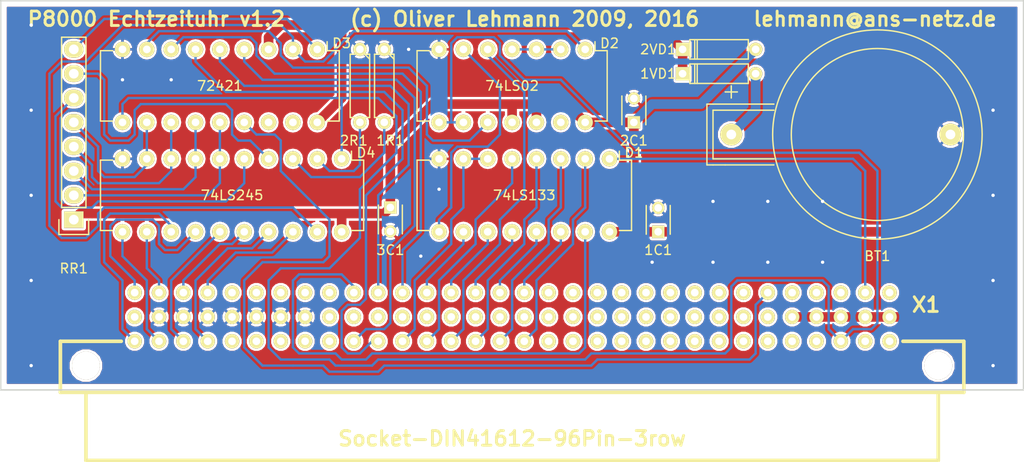
<source format=kicad_pcb>
(kicad_pcb (version 4) (host pcbnew 4.0.1-stable)
  (title_block (title "P8000 Echtzeituhr") (date 2016-07-03) (rev 1.2) (company "Oliver Lehmann"))
  (layers (0 Front signal) (31 Back signal) (34 B.Paste user) (35 F.Paste user) (36 B.SilkS user) (37 F.SilkS user) (38 B.Mask user) (39 F.Mask user) (44 Edge.Cuts user))
  (net 0 "")
  (net 1 VCC)
  (net 2 GND)
  (net 3 "Net-(1VD1-Pad1)")
  (net 4 "Net-(1VD1-Pad2)")
  (net 5 /A0)
  (net 6 /A5)
  (net 7 /A6)
  (net 8 /A7)
  (net 9 /A8)
  (net 10 /A10)
  (net 11 /A11)
  (net 12 "Net-(D1-Pad9)")
  (net 13 /A12)
  (net 14 /A13)
  (net 15 /A14)
  (net 16 /A15)
  (net 17 //B/W)
  (net 18 "Net-(D2-Pad1)")
  (net 19 "Net-(D2-Pad2)")
  (net 20 /A9)
  (net 21 //R/W)
  (net 22 //RD)
  (net 23 "Net-(D2-Pad13)")
  (net 24 "Net-(D3-Pad1)")
  (net 25 /A1)
  (net 26 /A2)
  (net 27 /A3)
  (net 28 /A4)
  (net 29 "Net-(D3-Pad11)")
  (net 30 "Net-(D3-Pad12)")
  (net 31 "Net-(D3-Pad13)")
  (net 32 "Net-(D3-Pad14)")
  (net 33 //MRESET)
  (net 34 "Net-(D4-Pad4)")
  (net 35 /AD1)
  (net 36 /AD0)
  (net 37 /AD3)
  (net 38 /AD2)
  (net 39 /AD5)
  (net 40 /AD4)
  (net 41 /AD7)
  (net 42 /AD6)
  (net 43 "Net-(X1-Pad1c)")
  (net 44 "Net-(X1-Pad4c)")
  (net 45 "Net-(X1-Pad3c)")
  (net 46 "Net-(X1-Pad5c)")
  (net 47 "Net-(X1-Pad7c)")
  (net 48 "Net-(X1-Pad8c)")
  (net 49 "Net-(X1-Pad9c)")
  (net 50 "Net-(X1-Pad10c)")
  (net 51 "Net-(X1-Pad11c)")
  (net 52 "Net-(X1-Pad12c)")
  (net 53 "Net-(X1-Pad13c)")
  (net 54 "Net-(X1-Pad14c)")
  (net 55 "Net-(X1-Pad15c)")
  (net 56 "Net-(X1-Pad24c)")
  (net 57 "Net-(X1-Pad25c)")
  (net 58 "Net-(X1-Pad26c)")
  (net 59 "Net-(X1-Pad27c)")
  (net 60 "Net-(X1-Pad28c)")
  (net 61 "Net-(X1-Pad32b)")
  (net 62 "Net-(X1-Pad24b)")
  (net 63 "Net-(X1-Pad23b)")
  (net 64 "Net-(X1-Pad22b)")
  (net 65 "Net-(X1-Pad21b)")
  (net 66 "Net-(X1-Pad20b)")
  (net 67 "Net-(X1-Pad19b)")
  (net 68 "Net-(X1-Pad18b)")
  (net 69 "Net-(X1-Pad17b)")
  (net 70 "Net-(X1-Pad16b)")
  (net 71 "Net-(X1-Pad15b)")
  (net 72 "Net-(X1-Pad14b)")
  (net 73 "Net-(X1-Pad13b)")
  (net 74 "Net-(X1-Pad12b)")
  (net 75 "Net-(X1-Pad11b)")
  (net 76 "Net-(X1-Pad10b)")
  (net 77 "Net-(X1-Pad9b)")
  (net 78 "Net-(X1-Pad8b)")
  (net 79 "Net-(X1-Pad7b)")
  (net 80 "Net-(X1-Pad6b)")
  (net 81 "Net-(X1-Pad1a)")
  (net 82 "Net-(X1-Pad2a)")
  (net 83 "Net-(X1-Pad4a)")
  (net 84 "Net-(X1-Pad5a)")
  (net 85 "Net-(X1-Pad6a)")
  (net 86 "Net-(X1-Pad7a)")
  (net 87 "Net-(X1-Pad8a)")
  (net 88 "Net-(X1-Pad9a)")
  (net 89 "Net-(X1-Pad10a)")
  (net 90 "Net-(X1-Pad11a)")
  (net 91 "Net-(X1-Pad12a)")
  (net 92 "Net-(X1-Pad13a)")
  (net 93 "Net-(X1-Pad14a)")
  (net 94 "Net-(X1-Pad15a)")
  (net 95 "Net-(X1-Pad25a)")
  (net 96 "Net-(X1-Pad26a)")
  (net 97 "Net-(X1-Pad27a)")
  (net 98 "Net-(X1-Pad28a)")
  (net 99 "Net-(X1-Pad24a)")
  (net 100 "Net-(1R1-Pad2)")
  (net 101 "Net-(2R1-Pad2)")
  (net 102 "Net-(D4-Pad5)")
  (module footprints:VIA-0.6mm (layer Front) (at 123.825 125.095)
    (fp_text reference VIA-0.6mm hide)
    (fp_text value VAL** hide)
    (pad 1 thru_hole circle (at 0 0) (size 0.59944 0.59944) (drill 0.35) (layers *.Cu) (net 2 GND) (clearance 0.00254))
  )
  (module footprints:VIA-0.6mm (layer Front) (at 123.825 131.445)
    (fp_text reference VIA-0.6mm hide)
    (fp_text value VAL** hide)
    (pad 1 thru_hole circle (at 0 0) (size 0.59944 0.59944) (drill 0.35) (layers *.Cu) (net 2 GND) (clearance 0.00254))
  )
  (module footprints:VIA-0.6mm (layer Front) (at 112.395 131.445)
    (fp_text reference VIA-0.6mm hide)
    (fp_text value VAL** hide)
    (pad 1 thru_hole circle (at 0 0) (size 0.59944 0.59944) (drill 0.35) (layers *.Cu) (net 2 GND) (clearance 0.00254))
  )
  (module footprints:VIA-0.6mm (layer Front) (at 118.11 131.445)
    (fp_text reference VIA-0.6mm hide)
    (fp_text value VAL** hide)
    (pad 1 thru_hole circle (at 0 0) (size 0.59944 0.59944) (drill 0.35) (layers *.Cu) (net 2 GND) (clearance 0.00254))
  )
  (module footprints:VIA-0.6mm (layer Front) (at 106.045 131.445)
    (fp_text reference VIA-0.6mm hide)
    (fp_text value VAL** hide)
    (pad 1 thru_hole circle (at 0 0) (size 0.59944 0.59944) (drill 0.35) (layers *.Cu) (net 2 GND) (clearance 0.00254))
  )
  (module footprints:VIA-0.6mm (layer Front) (at 80.645 109.22)
    (fp_text reference VIA-0.6mm hide)
    (fp_text value VAL** hide)
    (pad 1 thru_hole circle (at 0 0) (size 0.59944 0.59944) (drill 0.35) (layers *.Cu) (net 2 GND) (clearance 0.00254))
  )
  (module footprints:VIA-0.6mm (layer Front) (at 81.915 130.81)
    (fp_text reference VIA-0.6mm hide)
    (fp_text value VAL** hide)
    (pad 1 thru_hole circle (at 0 0) (size 0.59944 0.59944) (drill 0.35) (layers *.Cu) (net 2 GND) (clearance 0.00254))
  )
  (module footprints:VIA-0.6mm (layer Front) (at 83.82 123.825)
    (fp_text reference VIA-0.6mm hide)
    (fp_text value VAL** hide)
    (pad 1 thru_hole circle (at 0 0) (size 0.59944 0.59944) (drill 0.35) (layers *.Cu) (net 2 GND) (clearance 0.00254))
  )
  (module footprints:VIA-0.6mm (layer Front) (at 118.11 125.095)
    (fp_text reference VIA-0.6mm hide)
    (fp_text value VAL** hide)
    (pad 1 thru_hole circle (at 0 0) (size 0.59944 0.59944) (drill 0.35) (layers *.Cu) (net 2 GND) (clearance 0.00254))
  )
  (module footprints:VIA-0.6mm (layer Front) (at 112.395 125.095)
    (fp_text reference VIA-0.6mm hide)
    (fp_text value VAL** hide)
    (pad 1 thru_hole circle (at 0 0) (size 0.59944 0.59944) (drill 0.35) (layers *.Cu) (net 2 GND) (clearance 0.00254))
  )
  (module footprints:VIA-0.6mm (layer Front) (at 141.605 106.68)
    (fp_text reference VIA-0.6mm hide)
    (fp_text value VAL** hide)
    (pad 1 thru_hole circle (at 0 0) (size 0.59944 0.59944) (drill 0.35) (layers *.Cu) (net 2 GND) (clearance 0.00254))
  )
  (module footprints:VIA-0.6mm (layer Front) (at 141.605 115.57)
    (fp_text reference VIA-0.6mm hide)
    (fp_text value VAL** hide)
    (pad 1 thru_hole circle (at 0 0) (size 0.59944 0.59944) (drill 0.35) (layers *.Cu) (net 2 GND) (clearance 0.00254))
  )
  (module footprints:VIA-0.6mm (layer Front) (at 141.605 133.35)
    (fp_text reference VIA-0.6mm hide)
    (fp_text value VAL** hide)
    (pad 1 thru_hole circle (at 0 0) (size 0.59944 0.59944) (drill 0.35) (layers *.Cu) (net 2 GND) (clearance 0.00254))
  )
  (module footprints:VIA-0.6mm (layer Front) (at 141.605 142.24)
    (fp_text reference VIA-0.6mm hide)
    (fp_text value VAL** hide)
    (pad 1 thru_hole circle (at 0 0) (size 0.59944 0.59944) (drill 0.35) (layers *.Cu) (net 2 GND) (clearance 0.00254))
  )
  (module footprints:VIA-0.6mm (layer Front) (at 141.605 124.46)
    (fp_text reference VIA-0.6mm hide)
    (fp_text value VAL** hide)
    (pad 1 thru_hole circle (at 0 0) (size 0.59944 0.59944) (drill 0.35) (layers *.Cu) (net 2 GND) (clearance 0.00254))
  )
  (module footprints:VIA-0.6mm (layer Front) (at 41.275 124.46)
    (fp_text reference VIA-0.6mm hide)
    (fp_text value VAL** hide)
    (pad 1 thru_hole circle (at 0 0) (size 0.59944 0.59944) (drill 0.35) (layers *.Cu) (net 2 GND) (clearance 0.00254))
  )
  (module footprints:VIA-0.6mm (layer Front) (at 41.275 142.24)
    (fp_text reference VIA-0.6mm hide)
    (fp_text value VAL** hide)
    (pad 1 thru_hole circle (at 0 0) (size 0.59944 0.59944) (drill 0.35) (layers *.Cu) (net 2 GND) (clearance 0.00254))
  )
  (module footprints:VIA-0.6mm (layer Front) (at 41.275 133.35)
    (fp_text reference VIA-0.6mm hide)
    (fp_text value VAL** hide)
    (pad 1 thru_hole circle (at 0 0) (size 0.59944 0.59944) (drill 0.35) (layers *.Cu) (net 2 GND) (clearance 0.00254))
  )
  (module footprints:VIA-0.6mm (layer Front) (at 41.275 115.57)
    (fp_text reference VIA-0.6mm hide)
    (fp_text value VAL** hide)
    (pad 1 thru_hole circle (at 0 0) (size 0.59944 0.59944) (drill 0.35) (layers *.Cu) (net 2 GND) (clearance 0.00254))
  )
  (module footprints:VIA-0.6mm (layer Front) (at 55.88 112.395)
    (fp_text reference VIA-0.6mm hide)
    (fp_text value VAL** hide)
    (pad 1 thru_hole circle (at 0 0) (size 0.59944 0.59944) (drill 0.35) (layers *.Cu) (net 2 GND) (clearance 0.00254))
  )
  (module footprints:VIA-0.6mm (layer Front) (at 50.8 112.395)
    (fp_text reference VIA-0.6mm hide)
    (fp_text value VAL** hide)
    (pad 1 thru_hole circle (at 0 0) (size 0.59944 0.59944) (drill 0.35) (layers *.Cu) (net 2 GND) (clearance 0.00254))
  )
  (module Housings_DIP:DIP-14_W7.62mm (layer Front) (at 99.06 109.22 270)
    (fp_text reference D2 (at -0.635 -2.54 360) (layer F.SilkS))
    (fp_text value 74LS02 (at 3.81 7.62 360) (layer F.SilkS))
    (pad 1 thru_hole oval (at 0 0 270) (size 1.6 1.6) (drill 0.8) (layers *.Cu *.Mask F.SilkS) (net 18 "Net-(D2-Pad1)"))
    (pad 2 thru_hole oval (at 0 2.54 270) (size 1.6 1.6) (drill 0.8) (layers *.Cu *.Mask F.SilkS) (net 19 "Net-(D2-Pad2)"))
    (pad 3 thru_hole oval (at 0 5.08 270) (size 1.6 1.6) (drill 0.8) (layers *.Cu *.Mask F.SilkS) (net 19 "Net-(D2-Pad2)"))
    (pad 4 thru_hole oval (at 0 7.62 270) (size 1.6 1.6) (drill 0.8) (layers *.Cu *.Mask F.SilkS) (net 19 "Net-(D2-Pad2)"))
    (pad 5 thru_hole oval (at 0 10.16 270) (size 1.6 1.6) (drill 0.8) (layers *.Cu *.Mask F.SilkS) (net 20 /A9))
    (pad 6 thru_hole oval (at 0 12.7 270) (size 1.6 1.6) (drill 0.8) (layers *.Cu *.Mask F.SilkS) (net 12 "Net-(D1-Pad9)"))
    (pad 7 thru_hole oval (at 0 15.24 270) (size 1.6 1.6) (drill 0.8) (layers *.Cu *.Mask F.SilkS) (net 2 GND))
    (pad 8 thru_hole oval (at 7.62 15.24 270) (size 1.6 1.6) (drill 0.8) (layers *.Cu *.Mask F.SilkS) (net 21 //R/W))
    (pad 9 thru_hole oval (at 7.62 12.7 270) (size 1.6 1.6) (drill 0.8) (layers *.Cu *.Mask F.SilkS) (net 21 //R/W))
    (pad 10 thru_hole oval (at 7.62 10.16 270) (size 1.6 1.6) (drill 0.8) (layers *.Cu *.Mask F.SilkS) (net 22 //RD))
    (pad 11 thru_hole oval (at 7.62 7.62 270) (size 1.6 1.6) (drill 0.8) (layers *.Cu *.Mask F.SilkS) (net 1 VCC))
    (pad 12 thru_hole oval (at 7.62 5.08 270) (size 1.6 1.6) (drill 0.8) (layers *.Cu *.Mask F.SilkS) (net 1 VCC))
    (pad 13 thru_hole oval (at 7.62 2.54 270) (size 1.6 1.6) (drill 0.8) (layers *.Cu *.Mask F.SilkS) (net 23 "Net-(D2-Pad13)"))
    (pad 14 thru_hole oval (at 7.62 0 270) (size 1.6 1.6) (drill 0.8) (layers *.Cu *.Mask F.SilkS) (net 1 VCC))
  )
  (module footprints:Socket_DIN41612-CaseC1-full-Male-96Pin-3rows (layer Front) (at 91.44 137.16)
    (fp_text reference X1 (at 43.18 -1.27) (layer F.SilkS) (effects (font (thickness 0.3048))))
    (fp_text value Socket-DIN41612-96Pin-3row (at 0 12.7) (layer F.SilkS) (effects (font (thickness 0.3048))))
    (pad 1a thru_hole circle (at 39.37 2.54 180) (size 1.50114 1.50114) (drill 0.8) (layers *.Cu *.Mask F.SilkS) (net 81 "Net-(X1-Pad1a)"))
    (pad 2a thru_hole circle (at 36.83 2.54 180) (size 1.50114 1.50114) (drill 0.8) (layers *.Cu *.Mask F.SilkS) (net 82 "Net-(X1-Pad2a)"))
    (pad 4a thru_hole circle (at 31.75 2.54 180) (size 1.50114 1.50114) (drill 0.8) (layers *.Cu *.Mask F.SilkS) (net 83 "Net-(X1-Pad4a)"))
    (pad 3a thru_hole circle (at 34.29 2.54 180) (size 1.50114 1.50114) (drill 0.8) (layers *.Cu *.Mask F.SilkS) (net 21 //R/W))
    (pad 5a thru_hole circle (at 29.21 2.54 180) (size 1.50114 1.50114) (drill 0.8) (layers *.Cu *.Mask F.SilkS) (net 84 "Net-(X1-Pad5a)"))
    (pad 6a thru_hole circle (at 26.67 2.54 180) (size 1.50114 1.50114) (drill 0.8) (layers *.Cu *.Mask F.SilkS) (net 85 "Net-(X1-Pad6a)"))
    (pad 7a thru_hole circle (at 24.13 2.54 180) (size 1.50114 1.50114) (drill 0.8) (layers *.Cu *.Mask F.SilkS) (net 86 "Net-(X1-Pad7a)"))
    (pad 8a thru_hole circle (at 21.59 2.54 180) (size 1.50114 1.50114) (drill 0.8) (layers *.Cu *.Mask F.SilkS) (net 87 "Net-(X1-Pad8a)"))
    (pad 9a thru_hole circle (at 19.05 2.54 180) (size 1.50114 1.50114) (drill 0.8) (layers *.Cu *.Mask F.SilkS) (net 88 "Net-(X1-Pad9a)"))
    (pad 10a thru_hole circle (at 16.51 2.54 180) (size 1.50114 1.50114) (drill 0.8) (layers *.Cu *.Mask F.SilkS) (net 89 "Net-(X1-Pad10a)"))
    (pad 11a thru_hole circle (at 13.97 2.54 180) (size 1.50114 1.50114) (drill 0.8) (layers *.Cu *.Mask F.SilkS) (net 90 "Net-(X1-Pad11a)"))
    (pad 12a thru_hole circle (at 11.43 2.54 180) (size 1.50114 1.50114) (drill 0.8) (layers *.Cu *.Mask F.SilkS) (net 91 "Net-(X1-Pad12a)"))
    (pad 13a thru_hole circle (at 8.89 2.54 180) (size 1.50114 1.50114) (drill 0.8) (layers *.Cu *.Mask F.SilkS) (net 92 "Net-(X1-Pad13a)"))
    (pad 14a thru_hole circle (at 6.35 2.54 180) (size 1.50114 1.50114) (drill 0.8) (layers *.Cu *.Mask F.SilkS) (net 93 "Net-(X1-Pad14a)"))
    (pad 15a thru_hole circle (at 3.81 2.54 180) (size 1.50114 1.50114) (drill 0.8) (layers *.Cu *.Mask F.SilkS) (net 94 "Net-(X1-Pad15a)"))
    (pad 16a thru_hole circle (at 1.27 2.54 180) (size 1.50114 1.50114) (drill 0.8) (layers *.Cu *.Mask F.SilkS) (net 16 /A15))
    (pad 17a thru_hole circle (at -1.27 2.54 180) (size 1.50114 1.50114) (drill 0.8) (layers *.Cu *.Mask F.SilkS) (net 14 /A13))
    (pad 18a thru_hole circle (at -3.81 2.54 180) (size 1.50114 1.50114) (drill 0.8) (layers *.Cu *.Mask F.SilkS) (net 11 /A11))
    (pad 19a thru_hole circle (at -6.35 2.54 180) (size 1.50114 1.50114) (drill 0.8) (layers *.Cu *.Mask F.SilkS) (net 20 /A9))
    (pad 20a thru_hole circle (at -8.89 2.54 180) (size 1.50114 1.50114) (drill 0.8) (layers *.Cu *.Mask F.SilkS) (net 8 /A7))
    (pad 21a thru_hole circle (at -11.43 2.54 180) (size 1.50114 1.50114) (drill 0.8) (layers *.Cu *.Mask F.SilkS) (net 6 /A5))
    (pad 22a thru_hole circle (at -13.97 2.54 180) (size 1.50114 1.50114) (drill 0.8) (layers *.Cu *.Mask F.SilkS) (net 27 /A3))
    (pad 23a thru_hole circle (at -16.51 2.54 180) (size 1.50114 1.50114) (drill 0.8) (layers *.Cu *.Mask F.SilkS) (net 25 /A1))
    (pad 24a thru_hole circle (at -19.05 2.54 180) (size 1.50114 1.50114) (drill 0.8) (layers *.Cu *.Mask F.SilkS) (net 99 "Net-(X1-Pad24a)"))
    (pad 25a thru_hole circle (at -21.59 2.54 180) (size 1.50114 1.50114) (drill 0.8) (layers *.Cu *.Mask F.SilkS) (net 95 "Net-(X1-Pad25a)"))
    (pad 26a thru_hole circle (at -24.13 2.54 180) (size 1.50114 1.50114) (drill 0.8) (layers *.Cu *.Mask F.SilkS) (net 96 "Net-(X1-Pad26a)"))
    (pad 27a thru_hole circle (at -26.67 2.54 180) (size 1.50114 1.50114) (drill 0.8) (layers *.Cu *.Mask F.SilkS) (net 97 "Net-(X1-Pad27a)"))
    (pad 28a thru_hole circle (at -29.21 2.54 180) (size 1.50114 1.50114) (drill 0.8) (layers *.Cu *.Mask F.SilkS) (net 98 "Net-(X1-Pad28a)"))
    (pad 29a thru_hole circle (at -31.75 2.54 180) (size 1.50114 1.50114) (drill 0.8) (layers *.Cu *.Mask F.SilkS) (net 41 /AD7))
    (pad 30a thru_hole circle (at -34.29 2.54 180) (size 1.50114 1.50114) (drill 0.8) (layers *.Cu *.Mask F.SilkS) (net 39 /AD5))
    (pad 31a thru_hole circle (at -36.83 2.54 180) (size 1.50114 1.50114) (drill 0.8) (layers *.Cu *.Mask F.SilkS) (net 37 /AD3))
    (pad 32a thru_hole circle (at -39.37 2.54 180) (size 1.50114 1.50114) (drill 0.8) (layers *.Cu *.Mask F.SilkS) (net 35 /AD1))
    (pad 32b thru_hole circle (at -39.37 0 180) (size 1.50114 1.50114) (drill 0.8) (layers *.Cu *.Mask F.SilkS) (net 61 "Net-(X1-Pad32b)"))
    (pad 31b thru_hole circle (at -36.83 0 180) (size 1.50114 1.50114) (drill 0.8) (layers *.Cu *.Mask F.SilkS) (net 2 GND))
    (pad 30b thru_hole circle (at -34.29 0 180) (size 1.50114 1.50114) (drill 0.8) (layers *.Cu *.Mask F.SilkS) (net 2 GND))
    (pad 29b thru_hole circle (at -31.75 0 180) (size 1.50114 1.50114) (drill 0.8) (layers *.Cu *.Mask F.SilkS) (net 2 GND))
    (pad 28b thru_hole circle (at -29.21 0 180) (size 1.50114 1.50114) (drill 0.8) (layers *.Cu *.Mask F.SilkS) (net 2 GND))
    (pad 27b thru_hole circle (at -26.67 0 180) (size 1.50114 1.50114) (drill 0.8) (layers *.Cu *.Mask F.SilkS) (net 2 GND))
    (pad 26b thru_hole circle (at -24.13 0 180) (size 1.50114 1.50114) (drill 0.8) (layers *.Cu *.Mask F.SilkS) (net 2 GND))
    (pad 25b thru_hole circle (at -21.59 0 180) (size 1.50114 1.50114) (drill 0.8) (layers *.Cu *.Mask F.SilkS) (net 2 GND))
    (pad 24b thru_hole circle (at -19.05 0 180) (size 1.50114 1.50114) (drill 0.8) (layers *.Cu *.Mask F.SilkS) (net 62 "Net-(X1-Pad24b)"))
    (pad 23b thru_hole circle (at -16.51 0 180) (size 1.50114 1.50114) (drill 0.8) (layers *.Cu *.Mask F.SilkS) (net 63 "Net-(X1-Pad23b)"))
    (pad 22b thru_hole circle (at -13.97 0 180) (size 1.50114 1.50114) (drill 0.8) (layers *.Cu *.Mask F.SilkS) (net 64 "Net-(X1-Pad22b)"))
    (pad 21b thru_hole circle (at -11.43 0 180) (size 1.50114 1.50114) (drill 0.8) (layers *.Cu *.Mask F.SilkS) (net 65 "Net-(X1-Pad21b)"))
    (pad 20b thru_hole circle (at -8.89 0 180) (size 1.50114 1.50114) (drill 0.8) (layers *.Cu *.Mask F.SilkS) (net 66 "Net-(X1-Pad20b)"))
    (pad 19b thru_hole circle (at -6.35 0 180) (size 1.50114 1.50114) (drill 0.8) (layers *.Cu *.Mask F.SilkS) (net 67 "Net-(X1-Pad19b)"))
    (pad 18b thru_hole circle (at -3.81 0 180) (size 1.50114 1.50114) (drill 0.8) (layers *.Cu *.Mask F.SilkS) (net 68 "Net-(X1-Pad18b)"))
    (pad 17b thru_hole circle (at -1.27 0 180) (size 1.50114 1.50114) (drill 0.8) (layers *.Cu *.Mask F.SilkS) (net 69 "Net-(X1-Pad17b)"))
    (pad 16b thru_hole circle (at 1.27 0 180) (size 1.50114 1.50114) (drill 0.8) (layers *.Cu *.Mask F.SilkS) (net 70 "Net-(X1-Pad16b)"))
    (pad 15b thru_hole circle (at 3.81 0 180) (size 1.50114 1.50114) (drill 0.8) (layers *.Cu *.Mask F.SilkS) (net 71 "Net-(X1-Pad15b)"))
    (pad 14b thru_hole circle (at 6.35 0 180) (size 1.50114 1.50114) (drill 0.8) (layers *.Cu *.Mask F.SilkS) (net 72 "Net-(X1-Pad14b)"))
    (pad 13b thru_hole circle (at 8.89 0 180) (size 1.50114 1.50114) (drill 0.8) (layers *.Cu *.Mask F.SilkS) (net 73 "Net-(X1-Pad13b)"))
    (pad 12b thru_hole circle (at 11.43 0 180) (size 1.50114 1.50114) (drill 0.8) (layers *.Cu *.Mask F.SilkS) (net 74 "Net-(X1-Pad12b)"))
    (pad 11b thru_hole circle (at 13.97 0 180) (size 1.50114 1.50114) (drill 0.8) (layers *.Cu *.Mask F.SilkS) (net 75 "Net-(X1-Pad11b)"))
    (pad 10b thru_hole circle (at 16.51 0 180) (size 1.50114 1.50114) (drill 0.8) (layers *.Cu *.Mask F.SilkS) (net 76 "Net-(X1-Pad10b)"))
    (pad 9b thru_hole circle (at 19.05 0 180) (size 1.50114 1.50114) (drill 0.8) (layers *.Cu *.Mask F.SilkS) (net 77 "Net-(X1-Pad9b)"))
    (pad 8b thru_hole circle (at 21.59 0 180) (size 1.50114 1.50114) (drill 0.8) (layers *.Cu *.Mask F.SilkS) (net 78 "Net-(X1-Pad8b)"))
    (pad 7b thru_hole circle (at 24.13 0 180) (size 1.50114 1.50114) (drill 0.8) (layers *.Cu *.Mask F.SilkS) (net 79 "Net-(X1-Pad7b)"))
    (pad 6b thru_hole circle (at 26.67 0 180) (size 1.50114 1.50114) (drill 0.8) (layers *.Cu *.Mask F.SilkS) (net 80 "Net-(X1-Pad6b)"))
    (pad 5b thru_hole circle (at 29.21 0 180) (size 1.50114 1.50114) (drill 0.8) (layers *.Cu *.Mask F.SilkS) (net 1 VCC))
    (pad 3b thru_hole circle (at 34.29 0 180) (size 1.50114 1.50114) (drill 0.8) (layers *.Cu *.Mask F.SilkS) (net 1 VCC))
    (pad 4b thru_hole circle (at 31.75 0 180) (size 1.50114 1.50114) (drill 0.8) (layers *.Cu *.Mask F.SilkS) (net 1 VCC))
    (pad 2b thru_hole circle (at 36.83 0 180) (size 1.50114 1.50114) (drill 0.8) (layers *.Cu *.Mask F.SilkS) (net 1 VCC))
    (pad 1b thru_hole circle (at 39.37 0 180) (size 1.50114 1.50114) (drill 0.8) (layers *.Cu *.Mask F.SilkS) (net 1 VCC))
    (pad 1c thru_hole circle (at 39.37 -2.54 180) (size 1.50114 1.50114) (drill 0.8) (layers *.Cu *.Mask F.SilkS) (net 43 "Net-(X1-Pad1c)"))
    (pad 2c thru_hole circle (at 36.83 -2.54 180) (size 1.50114 1.50114) (drill 0.8) (layers *.Cu *.Mask F.SilkS) (net 17 //B/W))
    (pad 4c thru_hole circle (at 31.75 -2.54 180) (size 1.50114 1.50114) (drill 0.8) (layers *.Cu *.Mask F.SilkS) (net 44 "Net-(X1-Pad4c)"))
    (pad 3c thru_hole circle (at 34.29 -2.54 180) (size 1.50114 1.50114) (drill 0.8) (layers *.Cu *.Mask F.SilkS) (net 45 "Net-(X1-Pad3c)"))
    (pad 5c thru_hole circle (at 29.21 -2.54 180) (size 1.50114 1.50114) (drill 0.8) (layers *.Cu *.Mask F.SilkS) (net 46 "Net-(X1-Pad5c)"))
    (pad 6c thru_hole circle (at 26.67 -2.54 180) (size 1.50114 1.50114) (drill 0.8) (layers *.Cu *.Mask F.SilkS) (net 33 //MRESET))
    (pad 7c thru_hole circle (at 24.13 -2.54 180) (size 1.50114 1.50114) (drill 0.8) (layers *.Cu *.Mask F.SilkS) (net 47 "Net-(X1-Pad7c)"))
    (pad 8c thru_hole circle (at 21.59 -2.54 180) (size 1.50114 1.50114) (drill 0.8) (layers *.Cu *.Mask F.SilkS) (net 48 "Net-(X1-Pad8c)"))
    (pad 9c thru_hole circle (at 19.05 -2.54 180) (size 1.50114 1.50114) (drill 0.8) (layers *.Cu *.Mask F.SilkS) (net 49 "Net-(X1-Pad9c)"))
    (pad 10c thru_hole circle (at 16.51 -2.54 180) (size 1.50114 1.50114) (drill 0.8) (layers *.Cu *.Mask F.SilkS) (net 50 "Net-(X1-Pad10c)"))
    (pad 11c thru_hole circle (at 13.97 -2.54 180) (size 1.50114 1.50114) (drill 0.8) (layers *.Cu *.Mask F.SilkS) (net 51 "Net-(X1-Pad11c)"))
    (pad 12c thru_hole circle (at 11.43 -2.54 180) (size 1.50114 1.50114) (drill 0.8) (layers *.Cu *.Mask F.SilkS) (net 52 "Net-(X1-Pad12c)"))
    (pad 13c thru_hole circle (at 8.89 -2.54 180) (size 1.50114 1.50114) (drill 0.8) (layers *.Cu *.Mask F.SilkS) (net 53 "Net-(X1-Pad13c)"))
    (pad 14c thru_hole circle (at 6.35 -2.54 180) (size 1.50114 1.50114) (drill 0.8) (layers *.Cu *.Mask F.SilkS) (net 54 "Net-(X1-Pad14c)"))
    (pad 15c thru_hole circle (at 3.81 -2.54 180) (size 1.50114 1.50114) (drill 0.8) (layers *.Cu *.Mask F.SilkS) (net 55 "Net-(X1-Pad15c)"))
    (pad 16c thru_hole circle (at 1.27 -2.54 180) (size 1.50114 1.50114) (drill 0.8) (layers *.Cu *.Mask F.SilkS) (net 15 /A14))
    (pad 17c thru_hole circle (at -1.27 -2.54 180) (size 1.50114 1.50114) (drill 0.8) (layers *.Cu *.Mask F.SilkS) (net 13 /A12))
    (pad 18c thru_hole circle (at -3.81 -2.54 180) (size 1.50114 1.50114) (drill 0.8) (layers *.Cu *.Mask F.SilkS) (net 10 /A10))
    (pad 19c thru_hole circle (at -6.35 -2.54 180) (size 1.50114 1.50114) (drill 0.8) (layers *.Cu *.Mask F.SilkS) (net 9 /A8))
    (pad 20c thru_hole circle (at -8.89 -2.54 180) (size 1.50114 1.50114) (drill 0.8) (layers *.Cu *.Mask F.SilkS) (net 7 /A6))
    (pad 21c thru_hole circle (at -11.43 -2.54 180) (size 1.50114 1.50114) (drill 0.8) (layers *.Cu *.Mask F.SilkS) (net 28 /A4))
    (pad 22c thru_hole circle (at -13.97 -2.54 180) (size 1.50114 1.50114) (drill 0.8) (layers *.Cu *.Mask F.SilkS) (net 26 /A2))
    (pad 23c thru_hole circle (at -16.51 -2.54 180) (size 1.50114 1.50114) (drill 0.8) (layers *.Cu *.Mask F.SilkS) (net 5 /A0))
    (pad 24c thru_hole circle (at -19.05 -2.54 180) (size 1.50114 1.50114) (drill 0.8) (layers *.Cu *.Mask F.SilkS) (net 56 "Net-(X1-Pad24c)"))
    (pad 25c thru_hole circle (at -21.59 -2.54 180) (size 1.50114 1.50114) (drill 0.8) (layers *.Cu *.Mask F.SilkS) (net 57 "Net-(X1-Pad25c)"))
    (pad 26c thru_hole circle (at -24.13 -2.54 180) (size 1.50114 1.50114) (drill 0.8) (layers *.Cu *.Mask F.SilkS) (net 58 "Net-(X1-Pad26c)"))
    (pad 27c thru_hole circle (at -26.67 -2.54 180) (size 1.50114 1.50114) (drill 0.8) (layers *.Cu *.Mask F.SilkS) (net 59 "Net-(X1-Pad27c)"))
    (pad 28c thru_hole circle (at -29.21 -2.54 180) (size 1.50114 1.50114) (drill 0.8) (layers *.Cu *.Mask F.SilkS) (net 60 "Net-(X1-Pad28c)"))
    (pad 29c thru_hole circle (at -31.75 -2.54 180) (size 1.50114 1.50114) (drill 0.8) (layers *.Cu *.Mask F.SilkS) (net 42 /AD6))
    (pad 30c thru_hole circle (at -34.29 -2.54 180) (size 1.50114 1.50114) (drill 0.8) (layers *.Cu *.Mask F.SilkS) (net 40 /AD4))
    (pad 31c thru_hole circle (at -36.83 -2.54 180) (size 1.50114 1.50114) (drill 0.8) (layers *.Cu *.Mask F.SilkS) (net 38 /AD2))
    (pad 32c thru_hole circle (at -39.37 -2.54 180) (size 1.50114 1.50114) (drill 0.8) (layers *.Cu *.Mask F.SilkS) (net 36 /AD0))
    (pad 1 thru_hole circle (at -44.45 5.08) (size 2.90068 2.90068) (drill 2.90068) (layers *.Cu *.Mask F.SilkS))
    (pad 1 thru_hole circle (at 44.45 5.08) (size 2.90068 2.90068) (drill 2.90068) (layers *.Cu *.Mask F.SilkS))
  )
  (module Capacitors_ThroughHole:C_Disc_D3_P2.5 (layer Front) (at 106.68 128.27 90)
    (fp_text reference 1C1 (at -1.905 0 180) (layer F.SilkS))
    (fp_text value 100n hide)
    (pad 1 thru_hole rect (at 0 0 90) (size 1.3 1.3) (drill 0.8) (layers *.Cu *.Mask F.SilkS) (net 1 VCC))
    (pad 2 thru_hole circle (at 2.5 0 90) (size 1.3 1.3) (drill 0.8) (layers *.Cu *.Mask F.SilkS) (net 2 GND))
  )
  (module Discret:D3 (layer Front) (at 113.03 111.76 180)
    (fp_text reference 1VD1 (at 6.35 0 180) (layer F.SilkS))
    (fp_text value 1N4148 hide)
    (pad 1 thru_hole rect (at 3.81 0 180) (size 1.397 1.397) (drill 0.8) (layers *.Cu *.Mask F.SilkS) (net 3 "Net-(1VD1-Pad1)"))
    (pad 2 thru_hole circle (at -3.81 0 180) (size 1.397 1.397) (drill 0.8) (layers *.Cu *.Mask F.SilkS) (net 4 "Net-(1VD1-Pad2)"))
  )
  (module Capacitors_ThroughHole:C_Disc_D3_P2.5 (layer Front) (at 104.14 116.84 90)
    (fp_text reference 2C1 (at -1.905 0 180) (layer F.SilkS))
    (fp_text value 100n hide)
    (pad 1 thru_hole rect (at 0 0 90) (size 1.3 1.3) (drill 0.8) (layers *.Cu *.Mask F.SilkS) (net 1 VCC))
    (pad 2 thru_hole circle (at 2.5 0 90) (size 1.3 1.3) (drill 0.8) (layers *.Cu *.Mask F.SilkS) (net 2 GND))
  )
  (module Discret:D3 (layer Front) (at 113.03 109.22 180)
    (fp_text reference 2VD1 (at 6.35 0 180) (layer F.SilkS))
    (fp_text value 1N4148 hide)
    (pad 1 thru_hole rect (at 3.81 0 180) (size 1.397 1.397) (drill 0.8) (layers *.Cu *.Mask F.SilkS) (net 3 "Net-(1VD1-Pad1)"))
    (pad 2 thru_hole circle (at -3.81 0 180) (size 1.397 1.397) (drill 0.8) (layers *.Cu *.Mask F.SilkS) (net 1 VCC))
  )
  (module Capacitors_ThroughHole:C_Disc_D3_P2.5 (layer Front) (at 78.74 125.73 270)
    (fp_text reference 3C1 (at 4.445 0 360) (layer F.SilkS))
    (fp_text value 100n hide)
    (pad 1 thru_hole rect (at 0 0 270) (size 1.3 1.3) (drill 0.8) (layers *.Cu *.Mask F.SilkS) (net 1 VCC))
    (pad 2 thru_hole circle (at 2.5 0 270) (size 1.3 1.3) (drill 0.8) (layers *.Cu *.Mask F.SilkS) (net 2 GND))
  )
  (module Housings_DIP:DIP-16_W7.62mm (layer Front) (at 101.6 120.65 270)
    (fp_text reference D1 (at -0.635 -2.54 360) (layer F.SilkS))
    (fp_text value 74LS133 (at 3.81 8.89 360) (layer F.SilkS))
    (pad 1 thru_hole oval (at 0 0 270) (size 1.6 1.6) (drill 0.8) (layers *.Cu *.Mask F.SilkS) (net 17 //B/W))
    (pad 2 thru_hole oval (at 0 2.54 270) (size 1.6 1.6) (drill 0.8) (layers *.Cu *.Mask F.SilkS) (net 16 /A15))
    (pad 3 thru_hole oval (at 0 5.08 270) (size 1.6 1.6) (drill 0.8) (layers *.Cu *.Mask F.SilkS) (net 14 /A13))
    (pad 4 thru_hole oval (at 0 7.62 270) (size 1.6 1.6) (drill 0.8) (layers *.Cu *.Mask F.SilkS) (net 11 /A11))
    (pad 5 thru_hole oval (at 0 10.16 270) (size 1.6 1.6) (drill 0.8) (layers *.Cu *.Mask F.SilkS) (net 8 /A7))
    (pad 6 thru_hole oval (at 0 12.7 270) (size 1.6 1.6) (drill 0.8) (layers *.Cu *.Mask F.SilkS) (net 6 /A5))
    (pad 7 thru_hole oval (at 0 15.24 270) (size 1.6 1.6) (drill 0.8) (layers *.Cu *.Mask F.SilkS) (net 6 /A5))
    (pad 8 thru_hole oval (at 0 17.78 270) (size 1.6 1.6) (drill 0.8) (layers *.Cu *.Mask F.SilkS) (net 2 GND))
    (pad 9 thru_hole oval (at 7.62 17.78 270) (size 1.6 1.6) (drill 0.8) (layers *.Cu *.Mask F.SilkS) (net 12 "Net-(D1-Pad9)"))
    (pad 10 thru_hole oval (at 7.62 15.24 270) (size 1.6 1.6) (drill 0.8) (layers *.Cu *.Mask F.SilkS) (net 7 /A6))
    (pad 11 thru_hole oval (at 7.62 12.7 270) (size 1.6 1.6) (drill 0.8) (layers *.Cu *.Mask F.SilkS) (net 9 /A8))
    (pad 12 thru_hole oval (at 7.62 10.16 270) (size 1.6 1.6) (drill 0.8) (layers *.Cu *.Mask F.SilkS) (net 10 /A10))
    (pad 13 thru_hole oval (at 7.62 7.62 270) (size 1.6 1.6) (drill 0.8) (layers *.Cu *.Mask F.SilkS) (net 13 /A12))
    (pad 14 thru_hole oval (at 7.62 5.08 270) (size 1.6 1.6) (drill 0.8) (layers *.Cu *.Mask F.SilkS) (net 15 /A14))
    (pad 15 thru_hole oval (at 7.62 2.54 270) (size 1.6 1.6) (drill 0.8) (layers *.Cu *.Mask F.SilkS) (net 5 /A0))
    (pad 16 thru_hole oval (at 7.62 0 270) (size 1.6 1.6) (drill 0.8) (layers *.Cu *.Mask F.SilkS) (net 1 VCC))
  )
  (module Housings_DIP:DIP-18_W7.62mm (layer Front) (at 71.12 109.22 270)
    (fp_text reference D3 (at -0.635 -2.54 360) (layer F.SilkS))
    (fp_text value 72421 (at 3.81 10.16 360) (layer F.SilkS))
    (pad 1 thru_hole oval (at 0 0 270) (size 1.6 1.6) (drill 0.8) (layers *.Cu *.Mask F.SilkS) (net 24 "Net-(D3-Pad1)"))
    (pad 2 thru_hole oval (at 0 2.54 270) (size 1.6 1.6) (drill 0.8) (layers *.Cu *.Mask F.SilkS) (net 18 "Net-(D2-Pad1)"))
    (pad 3 thru_hole oval (at 0 5.08 270) (size 1.6 1.6) (drill 0.8) (layers *.Cu *.Mask F.SilkS) (net 3 "Net-(1VD1-Pad1)"))
    (pad 4 thru_hole oval (at 0 7.62 270) (size 1.6 1.6) (drill 0.8) (layers *.Cu *.Mask F.SilkS) (net 25 /A1))
    (pad 5 thru_hole oval (at 0 10.16 270) (size 1.6 1.6) (drill 0.8) (layers *.Cu *.Mask F.SilkS) (net 26 /A2))
    (pad 6 thru_hole oval (at 0 12.7 270) (size 1.6 1.6) (drill 0.8) (layers *.Cu *.Mask F.SilkS) (net 27 /A3))
    (pad 7 thru_hole oval (at 0 15.24 270) (size 1.6 1.6) (drill 0.8) (layers *.Cu *.Mask F.SilkS) (net 28 /A4))
    (pad 8 thru_hole oval (at 0 17.78 270) (size 1.6 1.6) (drill 0.8) (layers *.Cu *.Mask F.SilkS) (net 22 //RD))
    (pad 9 thru_hole oval (at 0 20.32 270) (size 1.6 1.6) (drill 0.8) (layers *.Cu *.Mask F.SilkS) (net 2 GND))
    (pad 10 thru_hole oval (at 7.62 20.32 270) (size 1.6 1.6) (drill 0.8) (layers *.Cu *.Mask F.SilkS) (net 21 //R/W))
    (pad 11 thru_hole oval (at 7.62 17.78 270) (size 1.6 1.6) (drill 0.8) (layers *.Cu *.Mask F.SilkS) (net 29 "Net-(D3-Pad11)"))
    (pad 12 thru_hole oval (at 7.62 15.24 270) (size 1.6 1.6) (drill 0.8) (layers *.Cu *.Mask F.SilkS) (net 30 "Net-(D3-Pad12)"))
    (pad 13 thru_hole oval (at 7.62 12.7 270) (size 1.6 1.6) (drill 0.8) (layers *.Cu *.Mask F.SilkS) (net 31 "Net-(D3-Pad13)"))
    (pad 14 thru_hole oval (at 7.62 10.16 270) (size 1.6 1.6) (drill 0.8) (layers *.Cu *.Mask F.SilkS) (net 32 "Net-(D3-Pad14)"))
    (pad 15 thru_hole oval (at 7.62 7.62 270) (size 1.6 1.6) (drill 0.8) (layers *.Cu *.Mask F.SilkS) (net 33 //MRESET))
    (pad 16 thru_hole oval (at 7.62 5.08 270) (size 1.6 1.6) (drill 0.8) (layers *.Cu *.Mask F.SilkS))
    (pad 17 thru_hole oval (at 7.62 2.54 270) (size 1.6 1.6) (drill 0.8) (layers *.Cu *.Mask F.SilkS))
    (pad 18 thru_hole oval (at 7.62 0 270) (size 1.6 1.6) (drill 0.8) (layers *.Cu *.Mask F.SilkS) (net 3 "Net-(1VD1-Pad1)"))
  )
  (module Housings_DIP:DIP-20_W7.62mm (layer Front) (at 73.66 120.65 270)
    (fp_text reference D4 (at -0.635 -2.54 360) (layer F.SilkS))
    (fp_text value 74LS245 (at 3.81 11.43 360) (layer F.SilkS))
    (pad 1 thru_hole oval (at 0 0 270) (size 1.6 1.6) (drill 0.8) (layers *.Cu *.Mask F.SilkS) (net 21 //R/W))
    (pad 2 thru_hole oval (at 0 2.54 270) (size 1.6 1.6) (drill 0.8) (layers *.Cu *.Mask F.SilkS) (net 101 "Net-(2R1-Pad2)"))
    (pad 3 thru_hole oval (at 0 5.08 270) (size 1.6 1.6) (drill 0.8) (layers *.Cu *.Mask F.SilkS) (net 100 "Net-(1R1-Pad2)"))
    (pad 4 thru_hole oval (at 0 7.62 270) (size 1.6 1.6) (drill 0.8) (layers *.Cu *.Mask F.SilkS) (net 34 "Net-(D4-Pad4)"))
    (pad 5 thru_hole oval (at 0 10.16 270) (size 1.6 1.6) (drill 0.8) (layers *.Cu *.Mask F.SilkS) (net 102 "Net-(D4-Pad5)"))
    (pad 6 thru_hole oval (at 0 12.7 270) (size 1.6 1.6) (drill 0.8) (layers *.Cu *.Mask F.SilkS) (net 32 "Net-(D3-Pad14)"))
    (pad 7 thru_hole oval (at 0 15.24 270) (size 1.6 1.6) (drill 0.8) (layers *.Cu *.Mask F.SilkS) (net 31 "Net-(D3-Pad13)"))
    (pad 8 thru_hole oval (at 0 17.78 270) (size 1.6 1.6) (drill 0.8) (layers *.Cu *.Mask F.SilkS) (net 30 "Net-(D3-Pad12)"))
    (pad 9 thru_hole oval (at 0 20.32 270) (size 1.6 1.6) (drill 0.8) (layers *.Cu *.Mask F.SilkS) (net 29 "Net-(D3-Pad11)"))
    (pad 10 thru_hole oval (at 0 22.86 270) (size 1.6 1.6) (drill 0.8) (layers *.Cu *.Mask F.SilkS) (net 2 GND))
    (pad 11 thru_hole oval (at 7.62 22.86 270) (size 1.6 1.6) (drill 0.8) (layers *.Cu *.Mask F.SilkS) (net 37 /AD3))
    (pad 12 thru_hole oval (at 7.62 20.32 270) (size 1.6 1.6) (drill 0.8) (layers *.Cu *.Mask F.SilkS) (net 38 /AD2))
    (pad 13 thru_hole oval (at 7.62 17.78 270) (size 1.6 1.6) (drill 0.8) (layers *.Cu *.Mask F.SilkS) (net 35 /AD1))
    (pad 14 thru_hole oval (at 7.62 15.24 270) (size 1.6 1.6) (drill 0.8) (layers *.Cu *.Mask F.SilkS) (net 36 /AD0))
    (pad 15 thru_hole oval (at 7.62 12.7 270) (size 1.6 1.6) (drill 0.8) (layers *.Cu *.Mask F.SilkS) (net 39 /AD5))
    (pad 16 thru_hole oval (at 7.62 10.16 270) (size 1.6 1.6) (drill 0.8) (layers *.Cu *.Mask F.SilkS) (net 40 /AD4))
    (pad 17 thru_hole oval (at 7.62 7.62 270) (size 1.6 1.6) (drill 0.8) (layers *.Cu *.Mask F.SilkS) (net 41 /AD7))
    (pad 18 thru_hole oval (at 7.62 5.08 270) (size 1.6 1.6) (drill 0.8) (layers *.Cu *.Mask F.SilkS) (net 42 /AD6))
    (pad 19 thru_hole oval (at 7.62 2.54 270) (size 1.6 1.6) (drill 0.8) (layers *.Cu *.Mask F.SilkS) (net 18 "Net-(D2-Pad1)"))
    (pad 20 thru_hole oval (at 7.62 0 270) (size 1.6 1.6) (drill 0.8) (layers *.Cu *.Mask F.SilkS) (net 1 VCC))
  )
  (module Discret:R3 (layer Front) (at 78.105 113.03 270)
    (fp_text reference 1R1 (at 5.715 -0.635 360) (layer F.SilkS))
    (fp_text value 18k7 hide)
    (pad 1 thru_hole circle (at -3.81 0 270) (size 1.397 1.397) (drill 0.8) (layers *.Cu *.Mask F.SilkS) (net 2 GND))
    (pad 2 thru_hole circle (at 3.81 0 270) (size 1.397 1.397) (drill 0.8) (layers *.Cu *.Mask F.SilkS) (net 100 "Net-(1R1-Pad2)"))
  )
  (module Discret:R3 (layer Front) (at 75.565 113.03 270)
    (fp_text reference 2R1 (at 5.715 0.635 360) (layer F.SilkS))
    (fp_text value 18k7 hide)
    (pad 1 thru_hole circle (at -3.81 0 270) (size 1.397 1.397) (drill 0.8) (layers *.Cu *.Mask F.SilkS) (net 2 GND))
    (pad 2 thru_hole circle (at 3.81 0 270) (size 1.397 1.397) (drill 0.8) (layers *.Cu *.Mask F.SilkS) (net 101 "Net-(2R1-Pad2)"))
  )
  (module footprints:VIA-0.6mm (layer Front) (at 41.275 106.68)
    (fp_text reference VIA-0.6mm hide)
    (fp_text value VAL** hide)
    (pad 1 thru_hole circle (at 0 0) (size 0.59944 0.59944) (drill 0.35) (layers *.Cu) (net 2 GND) (clearance 0.00254))
  )
  (module Connect:CR2032H (layer Front) (at 129.54 118.11 180)
    (fp_text reference BT1 (at 0 -12.7 180) (layer F.SilkS))
    (fp_text value 3V)
    (pad 2 thru_hole circle (at -7.62 0 180) (size 2.286 2.286) (drill 1.016) (layers *.Cu *.Mask F.SilkS) (net 2 GND))
    (pad 1 thru_hole circle (at 15.24 0 180) (size 2.286 2.286) (drill 1.016) (layers *.Cu *.Mask F.SilkS) (net 4 "Net-(1VD1-Pad2)"))
  )
  (module Pin_Headers:Pin_Header_Straight_1x08 (layer Front) (at 45.72 127 180)
    (fp_text reference RR1 (at 0 -5.1 180) (layer F.SilkS))
    (fp_text value RR7)
    (pad 1 thru_hole rect (at 0 0 180) (size 2.032 1.7272) (drill 1.016) (layers *.Cu *.Mask F.SilkS) (net 1 VCC))
    (pad 2 thru_hole oval (at 0 2.54 180) (size 2.032 1.7272) (drill 1.016) (layers *.Cu *.Mask F.SilkS) (net 32 "Net-(D3-Pad14)"))
    (pad 3 thru_hole oval (at 0 5.08 180) (size 2.032 1.7272) (drill 1.016) (layers *.Cu *.Mask F.SilkS) (net 31 "Net-(D3-Pad13)"))
    (pad 4 thru_hole oval (at 0 7.62 180) (size 2.032 1.7272) (drill 1.016) (layers *.Cu *.Mask F.SilkS) (net 30 "Net-(D3-Pad12)"))
    (pad 5 thru_hole oval (at 0 10.16 180) (size 2.032 1.7272) (drill 1.016) (layers *.Cu *.Mask F.SilkS) (net 29 "Net-(D3-Pad11)"))
    (pad 6 thru_hole oval (at 0 12.7 180) (size 2.032 1.7272) (drill 1.016) (layers *.Cu *.Mask F.SilkS) (net 102 "Net-(D4-Pad5)"))
    (pad 7 thru_hole oval (at 0 15.24 180) (size 2.032 1.7272) (drill 1.016) (layers *.Cu *.Mask F.SilkS) (net 34 "Net-(D4-Pad4)"))
    (pad 8 thru_hole oval (at 0 17.78 180) (size 2.032 1.7272) (drill 1.016) (layers *.Cu *.Mask F.SilkS) (net 24 "Net-(D3-Pad1)"))
  )
  (gr_text "P8000 Echtzeituhr v1.2      (c) Oliver Lehmann 2009, 2016     lehmann@ans-netz.de" (at 91.44 106.045) (layer F.SilkS) (effects (font (size 1.5 1.5) (thickness 0.3))))
  (gr_line (start 38.1 144.78) (end 38.1 104.14) (angle 90) (layer Edge.Cuts) (width 0.15))
  (gr_line (start 144.78 144.78) (end 38.1 144.78) (angle 90) (layer Edge.Cuts) (width 0.15))
  (gr_line (start 144.78 104.14) (end 144.78 144.78) (angle 90) (layer Edge.Cuts) (width 0.15))
  (gr_line (start 38.1 104.14) (end 144.78 104.14) (angle 90) (layer Edge.Cuts) (width 0.15))
  (segment (start 104.14 116.84) (end 106.045 114.935) (width 1) (layer Back) (net 1))
  (segment (start 111.125 114.935) (end 116.84 109.22) (width 1) (layer Back) (net 1))
  (segment (start 106.045 114.935) (end 111.125 114.935) (width 1) (layer Back) (net 1))
  (segment (start 120.65 137.16) (end 123.19 137.16) (width 1) (layer Front) (net 1))
  (segment (start 123.19 137.16) (end 125.73 137.16) (width 1) (layer Front) (net 1))
  (segment (start 125.73 137.16) (end 128.27 137.16) (width 1) (layer Front) (net 1))
  (segment (start 128.27 137.16) (end 130.81 137.16) (width 1) (layer Front) (net 1))
  (segment (start 130.81 137.16) (end 132.715 137.16) (width 1) (layer Front) (net 1))
  (segment (start 132.715 137.16) (end 135.255 134.62) (width 1) (layer Front) (net 1))
  (segment (start 135.255 134.62) (end 135.255 130.81) (width 1) (layer Front) (net 1))
  (segment (start 135.255 130.81) (end 132.715 128.27) (width 1) (layer Front) (net 1))
  (segment (start 132.715 128.27) (end 106.68 128.27) (width 1) (layer Front) (net 1))
  (segment (start 73.66 128.27) (end 73.66 126.365) (width 1) (layer Front) (net 1))
  (segment (start 78.74 125.73) (end 78.105 126.365) (width 1) (layer Front) (net 1))
  (segment (start 78.105 126.365) (end 73.66 126.365) (width 1) (layer Front) (net 1))
  (segment (start 73.66 126.365) (end 47.625 126.365) (width 1) (layer Front) (net 1))
  (segment (start 78.74 125.73) (end 78.74 119.38) (width 1) (layer Front) (net 1))
  (segment (start 78.74 119.38) (end 83.185 114.935) (width 1) (layer Front) (net 1))
  (segment (start 83.185 114.935) (end 83.82 114.935) (width 1) (layer Front) (net 1))
  (segment (start 91.44 116.84) (end 91.44 114.935) (width 1) (layer Front) (net 1))
  (segment (start 83.185 114.935) (end 83.82 114.935) (width 1) (layer Front) (net 1))
  (segment (start 83.82 114.935) (end 91.44 114.935) (width 1) (layer Front) (net 1))
  (segment (start 91.44 114.935) (end 97.155 114.935) (width 1) (layer Front) (net 1))
  (segment (start 104.14 116.84) (end 104.14 128.27) (width 1) (layer Front) (net 1))
  (segment (start 101.6 128.27) (end 104.14 128.27) (width 1) (layer Front) (net 1))
  (segment (start 104.14 128.27) (end 106.68 128.27) (width 1) (layer Front) (net 1))
  (segment (start 93.98 116.84) (end 93.98 114.935) (width 1) (layer Front) (net 1))
  (segment (start 97.155 114.935) (end 99.06 116.84) (width 1) (layer Front) (net 1))
  (segment (start 93.98 114.935) (end 97.155 114.935) (width 1) (layer Front) (net 1))
  (segment (start 99.06 116.84) (end 104.14 116.84) (width 1) (layer Front) (net 1))
  (segment (start 45.72 127) (end 46.355 126.365) (width 1) (layer Front) (net 1))
  (segment (start 46.355 126.365) (end 47.625 126.365) (width 1) (layer Front) (net 1))
  (segment (start 73.66 106.68) (end 73.66 114.3) (width 1) (layer Front) (net 3))
  (segment (start 73.66 114.3) (end 71.12 116.84) (width 1) (layer Front) (net 3))
  (segment (start 66.04 109.22) (end 66.04 107.95) (width 1) (layer Front) (net 3))
  (segment (start 67.31 106.68) (end 73.66 106.68) (width 1) (layer Front) (net 3))
  (segment (start 73.66 106.68) (end 83.185 106.68) (width 1) (layer Front) (net 3))
  (segment (start 66.04 107.95) (end 67.31 106.68) (width 1) (layer Front) (net 3))
  (segment (start 109.22 109.22) (end 106.68 106.68) (width 1) (layer Front) (net 3))
  (segment (start 106.68 106.68) (end 83.185 106.68) (width 1) (layer Front) (net 3))
  (segment (start 109.22 111.76) (end 109.22 109.22) (width 1) (layer Front) (net 3))
  (segment (start 116.84 111.76) (end 116.84 115.57) (width 1) (layer Back) (net 4))
  (segment (start 116.84 115.57) (end 114.3 118.11) (width 1) (layer Back) (net 4))
  (segment (start 74.93 141.605) (end 76.2 141.605) (width 0.25) (layer Back) (net 5))
  (segment (start 76.835 140.97) (end 98.425 140.97) (width 0.25) (layer Back) (net 5))
  (segment (start 76.2 141.605) (end 76.835 140.97) (width 0.25) (layer Back) (net 5))
  (segment (start 68.58 139.7) (end 68.58 140.335) (width 0.25) (layer Back) (net 5))
  (segment (start 68.58 140.335) (end 69.215 140.97) (width 0.25) (layer Back) (net 5))
  (segment (start 73.025 140.97) (end 73.66 141.605) (width 0.25) (layer Back) (net 5))
  (segment (start 69.215 140.97) (end 73.025 140.97) (width 0.25) (layer Back) (net 5))
  (segment (start 98.425 140.97) (end 99.06 140.335) (width 0.25) (layer Back) (net 5))
  (segment (start 73.66 141.605) (end 74.93 141.605) (width 0.25) (layer Back) (net 5))
  (segment (start 68.58 138.684) (end 68.58 139.7) (width 0.25) (layer Back) (net 5))
  (segment (start 74.93 134.62) (end 74.93 133.985) (width 0.25) (layer Back) (net 5))
  (segment (start 74.93 133.985) (end 73.66 132.715) (width 0.25) (layer Back) (net 5))
  (segment (start 68.58 133.35) (end 68.58 138.684) (width 0.25) (layer Back) (net 5))
  (segment (start 69.215 132.715) (end 68.58 133.35) (width 0.25) (layer Back) (net 5))
  (segment (start 73.66 132.715) (end 69.215 132.715) (width 0.25) (layer Back) (net 5))
  (segment (start 99.06 140.335) (end 99.06 128.27) (width 0.25) (layer Back) (net 5))
  (segment (start 86.36 120.65) (end 86.36 125.73) (width 0.25) (layer Back) (net 6))
  (segment (start 86.36 120.65) (end 88.9 120.65) (width 0.25) (layer Back) (net 6))
  (segment (start 80.01 139.7) (end 81.28 138.43) (width 0.25) (layer Back) (net 6))
  (segment (start 85.09 127) (end 86.36 125.73) (width 0.25) (layer Back) (net 6))
  (segment (start 85.09 129.54) (end 85.09 127) (width 0.25) (layer Back) (net 6))
  (segment (start 81.28 133.35) (end 85.09 129.54) (width 0.25) (layer Back) (net 6))
  (segment (start 81.28 138.43) (end 81.28 133.35) (width 0.25) (layer Back) (net 6))
  (segment (start 82.55 134.62) (end 82.55 133.35) (width 0.25) (layer Back) (net 7))
  (segment (start 86.36 129.54) (end 86.36 128.27) (width 0.25) (layer Back) (net 7))
  (segment (start 82.55 133.35) (end 86.36 129.54) (width 0.25) (layer Back) (net 7))
  (segment (start 82.55 139.7) (end 83.82 138.43) (width 0.25) (layer Back) (net 8))
  (segment (start 91.44 123.19) (end 91.44 120.65) (width 0.25) (layer Back) (net 8))
  (segment (start 87.63 127) (end 91.44 123.19) (width 0.25) (layer Back) (net 8))
  (segment (start 87.63 129.54) (end 87.63 127) (width 0.25) (layer Back) (net 8))
  (segment (start 83.82 133.35) (end 87.63 129.54) (width 0.25) (layer Back) (net 8))
  (segment (start 83.82 138.43) (end 83.82 133.35) (width 0.25) (layer Back) (net 8))
  (segment (start 85.09 134.62) (end 85.09 133.35) (width 0.25) (layer Back) (net 9))
  (segment (start 88.9 129.54) (end 88.9 128.27) (width 0.25) (layer Back) (net 9))
  (segment (start 85.09 133.35) (end 88.9 129.54) (width 0.25) (layer Back) (net 9))
  (segment (start 87.63 134.62) (end 87.63 133.35) (width 0.25) (layer Back) (net 10))
  (segment (start 91.44 129.54) (end 91.44 128.27) (width 0.25) (layer Back) (net 10))
  (segment (start 87.63 133.35) (end 91.44 129.54) (width 0.25) (layer Back) (net 10))
  (segment (start 92.71 127) (end 93.98 125.73) (width 0.25) (layer Back) (net 11))
  (segment (start 93.98 125.73) (end 93.98 120.65) (width 0.25) (layer Back) (net 11))
  (segment (start 87.63 139.7) (end 88.9 138.43) (width 0.25) (layer Back) (net 11))
  (segment (start 92.71 129.54) (end 92.71 128.27) (width 0.25) (layer Back) (net 11))
  (segment (start 92.71 128.27) (end 92.71 127) (width 0.25) (layer Back) (net 11))
  (segment (start 88.9 133.35) (end 92.71 129.54) (width 0.25) (layer Back) (net 11))
  (segment (start 88.9 134.62) (end 88.9 133.35) (width 0.25) (layer Back) (net 11))
  (segment (start 88.9 138.43) (end 88.9 134.62) (width 0.25) (layer Back) (net 11))
  (segment (start 86.36 109.22) (end 90.17 113.03) (width 0.25) (layer Back) (net 12))
  (segment (start 85.725 119.38) (end 85.09 120.015) (width 0.25) (layer Back) (net 12))
  (segment (start 88.9 119.38) (end 85.725 119.38) (width 0.25) (layer Back) (net 12))
  (segment (start 90.17 118.11) (end 88.9 119.38) (width 0.25) (layer Back) (net 12))
  (segment (start 90.17 113.03) (end 90.17 118.11) (width 0.25) (layer Back) (net 12))
  (segment (start 83.82 128.27) (end 83.82 127) (width 0.25) (layer Back) (net 12))
  (segment (start 85.09 125.73) (end 85.09 120.015) (width 0.25) (layer Back) (net 12))
  (segment (start 83.82 127) (end 85.09 125.73) (width 0.25) (layer Back) (net 12))
  (segment (start 90.17 134.62) (end 90.17 133.35) (width 0.25) (layer Back) (net 13))
  (segment (start 93.98 129.54) (end 93.98 128.27) (width 0.25) (layer Back) (net 13))
  (segment (start 90.17 133.35) (end 93.98 129.54) (width 0.25) (layer Back) (net 13))
  (segment (start 93.97 128.28) (end 93.98 128.27) (width 0.25) (layer Back) (net 13))
  (segment (start 95.25 127) (end 96.52 125.73) (width 0.25) (layer Back) (net 14))
  (segment (start 96.52 125.73) (end 96.52 120.65) (width 0.25) (layer Back) (net 14))
  (segment (start 90.17 139.7) (end 91.44 138.43) (width 0.25) (layer Back) (net 14))
  (segment (start 95.25 129.54) (end 95.25 127) (width 0.25) (layer Back) (net 14))
  (segment (start 91.44 133.35) (end 95.25 129.54) (width 0.25) (layer Back) (net 14))
  (segment (start 91.44 135.89) (end 91.44 133.35) (width 0.25) (layer Back) (net 14))
  (segment (start 91.44 138.43) (end 91.44 135.89) (width 0.25) (layer Back) (net 14))
  (segment (start 92.71 134.62) (end 92.71 133.35) (width 0.25) (layer Back) (net 15))
  (segment (start 96.52 129.54) (end 96.52 128.27) (width 0.25) (layer Back) (net 15))
  (segment (start 92.71 133.35) (end 96.52 129.54) (width 0.25) (layer Back) (net 15))
  (segment (start 97.79 127) (end 99.06 125.73) (width 0.25) (layer Back) (net 16))
  (segment (start 99.06 125.73) (end 99.06 120.65) (width 0.25) (layer Back) (net 16))
  (segment (start 92.71 139.7) (end 93.98 138.43) (width 0.25) (layer Back) (net 16))
  (segment (start 97.79 129.54) (end 97.79 127) (width 0.25) (layer Back) (net 16))
  (segment (start 93.98 133.35) (end 97.79 129.54) (width 0.25) (layer Back) (net 16))
  (segment (start 93.98 138.43) (end 93.98 133.35) (width 0.25) (layer Back) (net 16))
  (segment (start 128.27 134.62) (end 128.27 121.92) (width 0.25) (layer Back) (net 17))
  (segment (start 127 120.65) (end 101.6 120.65) (width 0.25) (layer Back) (net 17))
  (segment (start 128.27 121.92) (end 127 120.65) (width 0.25) (layer Back) (net 17))
  (segment (start 45.085 110.49) (end 44.45 110.49) (width 0.25) (layer Back) (net 18))
  (segment (start 43.18 111.76) (end 43.18 114.3) (width 0.25) (layer Back) (net 18))
  (segment (start 44.45 110.49) (end 43.18 111.76) (width 0.25) (layer Back) (net 18))
  (segment (start 45.085 110.49) (end 46.99 110.49) (width 0.25) (layer Back) (net 18))
  (segment (start 46.99 110.49) (end 50.8 106.68) (width 0.25) (layer Back) (net 18))
  (segment (start 43.18 115.57) (end 43.18 114.3) (width 0.25) (layer Back) (net 18))
  (segment (start 68.58 125.73) (end 48.895 125.73) (width 0.25) (layer Back) (net 18))
  (segment (start 48.895 125.73) (end 48.26 126.365) (width 0.25) (layer Back) (net 18))
  (segment (start 48.26 126.365) (end 48.26 127.635) (width 0.25) (layer Back) (net 18))
  (segment (start 48.26 127.635) (end 46.99 128.905) (width 0.25) (layer Back) (net 18))
  (segment (start 46.99 128.905) (end 44.45 128.905) (width 0.25) (layer Back) (net 18))
  (segment (start 44.45 128.905) (end 43.18 127.635) (width 0.25) (layer Back) (net 18))
  (segment (start 43.18 127.635) (end 43.18 115.57) (width 0.25) (layer Back) (net 18))
  (segment (start 71.12 128.27) (end 68.58 125.73) (width 0.25) (layer Back) (net 18))
  (segment (start 63.5 106.68) (end 67.31 106.68) (width 0.25) (layer Back) (net 18))
  (segment (start 68.58 107.95) (end 68.58 109.22) (width 0.25) (layer Back) (net 18))
  (segment (start 67.31 106.68) (end 68.58 107.95) (width 0.25) (layer Back) (net 18))
  (segment (start 50.8 106.68) (end 63.5 106.68) (width 0.25) (layer Back) (net 18))
  (segment (start 68.58 109.22) (end 69.85 110.49) (width 0.25) (layer Back) (net 18))
  (segment (start 69.85 110.49) (end 71.755 110.49) (width 0.25) (layer Back) (net 18))
  (segment (start 71.755 110.49) (end 74.93 107.315) (width 0.25) (layer Back) (net 18))
  (segment (start 74.93 107.315) (end 97.155 107.315) (width 0.25) (layer Back) (net 18))
  (segment (start 97.155 107.315) (end 99.06 109.22) (width 0.25) (layer Back) (net 18))
  (segment (start 91.44 109.22) (end 93.98 109.22) (width 0.25) (layer Back) (net 19))
  (segment (start 93.98 109.22) (end 96.52 109.22) (width 0.25) (layer Back) (net 19))
  (segment (start 92.71 120.65) (end 92.71 113.665) (width 0.25) (layer Back) (net 20))
  (segment (start 92.71 113.665) (end 88.9 109.855) (width 0.25) (layer Back) (net 20))
  (segment (start 88.9 109.855) (end 88.9 109.22) (width 0.25) (layer Back) (net 20))
  (segment (start 85.09 139.7) (end 86.36 138.43) (width 0.25) (layer Back) (net 20))
  (segment (start 92.71 124.46) (end 92.71 120.65) (width 0.25) (layer Back) (net 20))
  (segment (start 90.17 127) (end 92.71 124.46) (width 0.25) (layer Back) (net 20))
  (segment (start 90.17 129.54) (end 90.17 127) (width 0.25) (layer Back) (net 20))
  (segment (start 86.36 133.35) (end 90.17 129.54) (width 0.25) (layer Back) (net 20))
  (segment (start 86.36 138.43) (end 86.36 133.35) (width 0.25) (layer Back) (net 20))
  (segment (start 50.8 116.84) (end 50.8 114.935) (width 0.25) (layer Back) (net 21))
  (segment (start 51.435 114.3) (end 54.61 114.3) (width 0.25) (layer Back) (net 21))
  (segment (start 50.8 114.935) (end 51.435 114.3) (width 0.25) (layer Back) (net 21))
  (segment (start 73.66 120.65) (end 73.66 114.3) (width 0.25) (layer Back) (net 21))
  (segment (start 77.47 114.3) (end 79.375 116.205) (width 0.25) (layer Back) (net 21))
  (segment (start 54.61 114.3) (end 73.66 114.3) (width 0.25) (layer Back) (net 21))
  (segment (start 73.66 114.3) (end 77.47 114.3) (width 0.25) (layer Back) (net 21))
  (segment (start 85.09 109.22) (end 85.09 116.84) (width 0.25) (layer Back) (net 21))
  (segment (start 83.82 116.84) (end 85.09 116.84) (width 0.25) (layer Back) (net 21))
  (segment (start 85.09 116.84) (end 86.36 116.84) (width 0.25) (layer Back) (net 21))
  (segment (start 79.375 116.205) (end 79.375 120.015) (width 0.25) (layer Back) (net 21))
  (segment (start 79.375 120.015) (end 75.565 123.825) (width 0.25) (layer Back) (net 21))
  (segment (start 75.565 123.825) (end 75.565 128.905) (width 0.25) (layer Back) (net 21))
  (segment (start 75.565 128.905) (end 72.39 132.08) (width 0.25) (layer Back) (net 21))
  (segment (start 72.39 132.08) (end 67.31 132.08) (width 0.25) (layer Back) (net 21))
  (segment (start 67.31 132.08) (end 66.04 133.35) (width 0.25) (layer Back) (net 21))
  (segment (start 66.04 133.35) (end 66.04 140.335) (width 0.25) (layer Back) (net 21))
  (segment (start 66.04 140.335) (end 67.31 141.605) (width 0.25) (layer Back) (net 21))
  (segment (start 67.31 141.605) (end 72.39 141.605) (width 0.25) (layer Back) (net 21))
  (segment (start 72.39 141.605) (end 73.025 142.24) (width 0.25) (layer Back) (net 21))
  (segment (start 73.025 142.24) (end 76.835 142.24) (width 0.25) (layer Back) (net 21))
  (segment (start 76.835 142.24) (end 77.47 141.605) (width 0.25) (layer Back) (net 21))
  (segment (start 77.47 141.605) (end 99.06 141.605) (width 0.25) (layer Back) (net 21))
  (segment (start 99.06 141.605) (end 99.695 140.97) (width 0.25) (layer Back) (net 21))
  (segment (start 99.695 140.97) (end 113.665 140.97) (width 0.25) (layer Back) (net 21))
  (segment (start 113.665 140.97) (end 114.3 140.335) (width 0.25) (layer Back) (net 21))
  (segment (start 114.3 140.335) (end 114.3 133.985) (width 0.25) (layer Back) (net 21))
  (segment (start 114.3 133.985) (end 114.935 133.35) (width 0.25) (layer Back) (net 21))
  (segment (start 114.935 133.35) (end 123.825 133.35) (width 0.25) (layer Back) (net 21))
  (segment (start 123.825 133.35) (end 124.46 133.985) (width 0.25) (layer Back) (net 21))
  (segment (start 124.46 133.985) (end 124.46 138.43) (width 0.25) (layer Back) (net 21))
  (segment (start 124.46 138.43) (end 125.73 139.7) (width 0.25) (layer Back) (net 21))
  (segment (start 85.09 108.585) (end 85.725 107.95) (width 0.25) (layer Back) (net 21))
  (segment (start 85.725 107.95) (end 89.535 107.95) (width 0.25) (layer Back) (net 21))
  (segment (start 89.535 107.95) (end 90.17 108.585) (width 0.25) (layer Back) (net 21))
  (segment (start 90.17 108.585) (end 90.17 109.855) (width 0.25) (layer Back) (net 21))
  (segment (start 90.17 109.855) (end 92.71 112.395) (width 0.25) (layer Back) (net 21))
  (segment (start 127 138.43) (end 125.73 139.7) (width 0.25) (layer Back) (net 21))
  (segment (start 96.52 112.395) (end 92.71 112.395) (width 0.25) (layer Back) (net 21))
  (segment (start 104.14 120.015) (end 96.52 112.395) (width 0.25) (layer Back) (net 21))
  (segment (start 127.635 120.015) (end 104.14 120.015) (width 0.25) (layer Back) (net 21))
  (segment (start 129.54 121.92) (end 127.635 120.015) (width 0.25) (layer Back) (net 21))
  (segment (start 129.54 137.795) (end 129.54 121.92) (width 0.25) (layer Back) (net 21))
  (segment (start 128.905 138.43) (end 129.54 137.795) (width 0.25) (layer Back) (net 21))
  (segment (start 127 138.43) (end 128.905 138.43) (width 0.25) (layer Back) (net 21))
  (segment (start 85.09 109.22) (end 85.09 108.585) (width 0.25) (layer Back) (net 21))
  (segment (start 67.31 109.855) (end 68.58 111.125) (width 0.25) (layer Back) (net 22))
  (segment (start 80.645 111.125) (end 82.55 113.03) (width 0.25) (layer Back) (net 22))
  (segment (start 71.12 111.125) (end 80.645 111.125) (width 0.25) (layer Back) (net 22))
  (segment (start 68.58 111.125) (end 71.12 111.125) (width 0.25) (layer Back) (net 22))
  (segment (start 83.185 118.745) (end 86.995 118.745) (width 0.25) (layer Back) (net 22))
  (segment (start 82.55 118.11) (end 83.185 118.745) (width 0.25) (layer Back) (net 22))
  (segment (start 82.55 113.03) (end 82.55 118.11) (width 0.25) (layer Back) (net 22))
  (segment (start 86.995 118.745) (end 88.9 116.84) (width 0.25) (layer Back) (net 22))
  (segment (start 53.34 109.22) (end 53.34 108.585) (width 0.25) (layer Back) (net 22))
  (segment (start 53.34 108.585) (end 54.61 107.315) (width 0.25) (layer Back) (net 22))
  (segment (start 54.61 107.315) (end 66.04 107.315) (width 0.25) (layer Back) (net 22))
  (segment (start 66.04 107.315) (end 67.31 108.585) (width 0.25) (layer Back) (net 22))
  (segment (start 67.31 108.585) (end 67.31 109.855) (width 0.25) (layer Back) (net 22))
  (segment (start 45.72 109.22) (end 48.895 106.045) (width 0.25) (layer Back) (net 24))
  (segment (start 67.945 106.045) (end 71.12 109.22) (width 0.25) (layer Back) (net 24))
  (segment (start 48.895 106.045) (end 67.945 106.045) (width 0.25) (layer Back) (net 24))
  (segment (start 63.5 110.49) (end 65.405 112.395) (width 0.25) (layer Back) (net 25))
  (segment (start 79.375 112.395) (end 81.28 114.3) (width 0.25) (layer Back) (net 25))
  (segment (start 65.405 112.395) (end 79.375 112.395) (width 0.25) (layer Back) (net 25))
  (segment (start 81.28 127.635) (end 78.74 130.175) (width 0.25) (layer Back) (net 25))
  (segment (start 78.105 138.43) (end 76.2 138.43) (width 0.25) (layer Back) (net 25))
  (segment (start 78.74 137.795) (end 78.105 138.43) (width 0.25) (layer Back) (net 25))
  (segment (start 78.74 130.175) (end 78.74 137.795) (width 0.25) (layer Back) (net 25))
  (segment (start 76.2 138.43) (end 74.93 139.7) (width 0.25) (layer Back) (net 25))
  (segment (start 81.28 114.3) (end 81.28 127.635) (width 0.25) (layer Back) (net 25))
  (segment (start 63.5 109.22) (end 63.5 110.49) (width 0.25) (layer Back) (net 25))
  (segment (start 60.96 110.49) (end 63.5 113.03) (width 0.25) (layer Back) (net 26))
  (segment (start 78.74 113.03) (end 80.645 114.935) (width 0.25) (layer Back) (net 26))
  (segment (start 63.5 113.03) (end 78.74 113.03) (width 0.25) (layer Back) (net 26))
  (segment (start 80.645 121.285) (end 80.01 121.92) (width 0.25) (layer Back) (net 26))
  (segment (start 77.47 124.46) (end 80.01 121.92) (width 0.25) (layer Back) (net 26))
  (segment (start 77.47 134.62) (end 77.47 124.46) (width 0.25) (layer Back) (net 26))
  (segment (start 80.645 114.935) (end 80.645 121.285) (width 0.25) (layer Back) (net 26))
  (segment (start 60.96 110.49) (end 60.96 109.22) (width 0.25) (layer Back) (net 26))
  (segment (start 58.42 110.49) (end 61.595 113.665) (width 0.25) (layer Back) (net 27))
  (segment (start 78.105 113.665) (end 80.01 115.57) (width 0.25) (layer Back) (net 27))
  (segment (start 61.595 113.665) (end 78.105 113.665) (width 0.25) (layer Back) (net 27))
  (segment (start 80.01 120.65) (end 78.74 121.92) (width 0.25) (layer Back) (net 27))
  (segment (start 76.835 139.7) (end 75.565 140.97) (width 0.25) (layer Back) (net 27))
  (segment (start 75.565 140.97) (end 74.295 140.97) (width 0.25) (layer Back) (net 27))
  (segment (start 74.295 140.97) (end 73.66 140.335) (width 0.25) (layer Back) (net 27))
  (segment (start 73.66 140.335) (end 73.66 136.525) (width 0.25) (layer Back) (net 27))
  (segment (start 73.66 136.525) (end 74.295 135.89) (width 0.25) (layer Back) (net 27))
  (segment (start 74.295 135.89) (end 75.565 135.89) (width 0.25) (layer Back) (net 27))
  (segment (start 75.565 135.89) (end 76.2 135.255) (width 0.25) (layer Back) (net 27))
  (segment (start 78.74 121.92) (end 76.2 124.46) (width 0.25) (layer Back) (net 27))
  (segment (start 76.2 124.46) (end 76.2 135.255) (width 0.25) (layer Back) (net 27))
  (segment (start 80.01 115.57) (end 80.01 120.65) (width 0.25) (layer Back) (net 27))
  (segment (start 58.42 109.22) (end 58.42 110.49) (width 0.25) (layer Back) (net 27))
  (segment (start 77.47 139.7) (end 76.835 139.7) (width 0.25) (layer Back) (net 27))
  (segment (start 64.77 109.855) (end 66.675 111.76) (width 0.25) (layer Back) (net 28))
  (segment (start 80.01 111.76) (end 81.915 113.665) (width 0.25) (layer Back) (net 28))
  (segment (start 66.675 111.76) (end 80.01 111.76) (width 0.25) (layer Back) (net 28))
  (segment (start 81.915 128.27) (end 81.28 128.905) (width 0.25) (layer Back) (net 28))
  (segment (start 81.28 128.905) (end 80.01 130.175) (width 0.25) (layer Back) (net 28))
  (segment (start 80.01 130.175) (end 80.01 134.62) (width 0.25) (layer Back) (net 28))
  (segment (start 81.915 113.665) (end 81.915 128.27) (width 0.25) (layer Back) (net 28))
  (segment (start 62.23 107.95) (end 64.135 107.95) (width 0.25) (layer Back) (net 28))
  (segment (start 64.77 108.585) (end 64.77 109.855) (width 0.25) (layer Back) (net 28))
  (segment (start 64.135 107.95) (end 64.77 108.585) (width 0.25) (layer Back) (net 28))
  (segment (start 55.88 109.22) (end 57.15 107.95) (width 0.25) (layer Back) (net 28))
  (segment (start 59.055 107.95) (end 62.23 107.95) (width 0.25) (layer Back) (net 28))
  (segment (start 57.15 107.95) (end 59.055 107.95) (width 0.25) (layer Back) (net 28))
  (segment (start 53.34 120.65) (end 53.34 116.84) (width 0.25) (layer Back) (net 29))
  (segment (start 45.72 116.84) (end 48.26 119.38) (width 0.25) (layer Back) (net 29))
  (segment (start 52.07 122.555) (end 53.34 121.285) (width 0.25) (layer Back) (net 29))
  (segment (start 48.895 122.555) (end 52.07 122.555) (width 0.25) (layer Back) (net 29))
  (segment (start 48.26 121.92) (end 48.895 122.555) (width 0.25) (layer Back) (net 29))
  (segment (start 48.26 119.38) (end 48.26 121.92) (width 0.25) (layer Back) (net 29))
  (segment (start 53.34 121.285) (end 53.34 120.65) (width 0.25) (layer Back) (net 29))
  (segment (start 55.88 116.84) (end 55.88 120.65) (width 0.25) (layer Back) (net 30))
  (segment (start 45.72 119.38) (end 47.625 121.285) (width 0.25) (layer Back) (net 30))
  (segment (start 55.88 121.92) (end 55.88 120.65) (width 0.25) (layer Back) (net 30))
  (segment (start 54.61 123.19) (end 55.88 121.92) (width 0.25) (layer Back) (net 30))
  (segment (start 48.26 123.19) (end 54.61 123.19) (width 0.25) (layer Back) (net 30))
  (segment (start 47.625 122.555) (end 48.26 123.19) (width 0.25) (layer Back) (net 30))
  (segment (start 47.625 121.285) (end 47.625 122.555) (width 0.25) (layer Back) (net 30))
  (segment (start 58.42 120.65) (end 58.42 116.84) (width 0.25) (layer Back) (net 31))
  (segment (start 45.72 121.92) (end 47.625 123.825) (width 0.25) (layer Back) (net 31))
  (segment (start 58.42 122.555) (end 58.42 121.285) (width 0.25) (layer Back) (net 31))
  (segment (start 57.15 123.825) (end 58.42 122.555) (width 0.25) (layer Back) (net 31))
  (segment (start 48.895 123.825) (end 57.15 123.825) (width 0.25) (layer Back) (net 31))
  (segment (start 47.625 123.825) (end 48.895 123.825) (width 0.25) (layer Back) (net 31))
  (segment (start 58.42 121.285) (end 58.42 120.65) (width 0.25) (layer Back) (net 31))
  (segment (start 60.96 116.84) (end 60.96 120.65) (width 0.25) (layer Back) (net 32))
  (segment (start 45.72 124.46) (end 59.69 124.46) (width 0.25) (layer Back) (net 32))
  (segment (start 60.96 123.19) (end 60.96 120.65) (width 0.25) (layer Back) (net 32))
  (segment (start 59.69 124.46) (end 60.96 123.19) (width 0.25) (layer Back) (net 32))
  (segment (start 63.5 116.84) (end 64.77 118.11) (width 0.25) (layer Back) (net 33))
  (segment (start 67.31 118.745) (end 67.31 120.65) (width 0.25) (layer Back) (net 33))
  (segment (start 66.675 118.11) (end 67.31 118.745) (width 0.25) (layer Back) (net 33))
  (segment (start 64.77 118.11) (end 66.675 118.11) (width 0.25) (layer Back) (net 33))
  (segment (start 72.39 128.905) (end 72.39 130.81) (width 0.25) (layer Back) (net 33))
  (segment (start 65.405 131.445) (end 63.5 133.35) (width 0.25) (layer Back) (net 33))
  (segment (start 71.755 131.445) (end 65.405 131.445) (width 0.25) (layer Back) (net 33))
  (segment (start 72.39 130.81) (end 71.755 131.445) (width 0.25) (layer Back) (net 33))
  (segment (start 68.58 142.24) (end 65.405 142.24) (width 0.25) (layer Back) (net 33))
  (segment (start 65.405 142.24) (end 63.5 140.335) (width 0.25) (layer Back) (net 33))
  (segment (start 63.5 139.7) (end 63.5 140.335) (width 0.25) (layer Back) (net 33))
  (segment (start 63.5 133.35) (end 63.5 139.7) (width 0.25) (layer Back) (net 33))
  (segment (start 100.33 141.605) (end 116.205 141.605) (width 0.25) (layer Back) (net 33))
  (segment (start 99.695 142.24) (end 100.33 141.605) (width 0.25) (layer Back) (net 33))
  (segment (start 78.105 142.24) (end 99.695 142.24) (width 0.25) (layer Back) (net 33))
  (segment (start 77.47 142.875) (end 78.105 142.24) (width 0.25) (layer Back) (net 33))
  (segment (start 72.39 142.875) (end 77.47 142.875) (width 0.25) (layer Back) (net 33))
  (segment (start 71.755 142.24) (end 72.39 142.875) (width 0.25) (layer Back) (net 33))
  (segment (start 68.58 142.24) (end 71.755 142.24) (width 0.25) (layer Back) (net 33))
  (segment (start 116.205 141.605) (end 116.84 140.97) (width 0.25) (layer Back) (net 33))
  (segment (start 116.84 135.89) (end 118.11 134.62) (width 0.25) (layer Back) (net 33))
  (segment (start 116.84 140.97) (end 116.84 135.89) (width 0.25) (layer Back) (net 33))
  (segment (start 72.39 127) (end 72.39 128.905) (width 0.25) (layer Back) (net 33))
  (segment (start 67.31 121.92) (end 72.39 127) (width 0.25) (layer Back) (net 33))
  (segment (start 67.31 120.65) (end 67.31 121.92) (width 0.25) (layer Back) (net 33))
  (segment (start 45.72 111.76) (end 48.26 111.76) (width 0.25) (layer Back) (net 34))
  (segment (start 64.135 118.745) (end 66.04 120.65) (width 0.25) (layer Back) (net 34))
  (segment (start 62.865 118.745) (end 64.135 118.745) (width 0.25) (layer Back) (net 34))
  (segment (start 62.23 118.11) (end 62.865 118.745) (width 0.25) (layer Back) (net 34))
  (segment (start 62.23 115.57) (end 62.23 118.11) (width 0.25) (layer Back) (net 34))
  (segment (start 61.595 114.935) (end 62.23 115.57) (width 0.25) (layer Back) (net 34))
  (segment (start 52.705 114.935) (end 61.595 114.935) (width 0.25) (layer Back) (net 34))
  (segment (start 52.07 115.57) (end 52.705 114.935) (width 0.25) (layer Back) (net 34))
  (segment (start 52.07 118.11) (end 52.07 115.57) (width 0.25) (layer Back) (net 34))
  (segment (start 51.435 118.745) (end 52.07 118.11) (width 0.25) (layer Back) (net 34))
  (segment (start 49.53 118.745) (end 51.435 118.745) (width 0.25) (layer Back) (net 34))
  (segment (start 48.895 118.11) (end 49.53 118.745) (width 0.25) (layer Back) (net 34))
  (segment (start 48.895 112.395) (end 48.895 118.11) (width 0.25) (layer Back) (net 34))
  (segment (start 48.26 111.76) (end 48.895 112.395) (width 0.25) (layer Back) (net 34))
  (segment (start 52.07 139.7) (end 50.8 138.43) (width 0.25) (layer Back) (net 35))
  (segment (start 54.61 126.365) (end 55.88 127.635) (width 0.25) (layer Back) (net 35))
  (segment (start 49.53 126.365) (end 54.61 126.365) (width 0.25) (layer Back) (net 35))
  (segment (start 48.895 127) (end 49.53 126.365) (width 0.25) (layer Back) (net 35))
  (segment (start 48.895 131.445) (end 48.895 127) (width 0.25) (layer Back) (net 35))
  (segment (start 50.8 133.35) (end 48.895 131.445) (width 0.25) (layer Back) (net 35))
  (segment (start 50.8 138.43) (end 50.8 133.35) (width 0.25) (layer Back) (net 35))
  (segment (start 55.88 127.635) (end 55.88 128.27) (width 0.25) (layer Back) (net 35))
  (segment (start 52.07 134.62) (end 52.07 133.35) (width 0.25) (layer Back) (net 36))
  (segment (start 56.515 130.175) (end 58.42 128.27) (width 0.25) (layer Back) (net 36))
  (segment (start 55.245 130.175) (end 56.515 130.175) (width 0.25) (layer Back) (net 36))
  (segment (start 54.61 129.54) (end 55.245 130.175) (width 0.25) (layer Back) (net 36))
  (segment (start 54.61 127.635) (end 54.61 129.54) (width 0.25) (layer Back) (net 36))
  (segment (start 53.975 127) (end 54.61 127.635) (width 0.25) (layer Back) (net 36))
  (segment (start 50.165 127) (end 53.975 127) (width 0.25) (layer Back) (net 36))
  (segment (start 49.53 127.635) (end 50.165 127) (width 0.25) (layer Back) (net 36))
  (segment (start 49.53 130.81) (end 49.53 127.635) (width 0.25) (layer Back) (net 36))
  (segment (start 52.07 133.35) (end 49.53 130.81) (width 0.25) (layer Back) (net 36))
  (segment (start 50.8 128.27) (end 50.8 130.81) (width 0.25) (layer Back) (net 37))
  (segment (start 53.34 138.43) (end 54.61 139.7) (width 0.25) (layer Back) (net 37))
  (segment (start 53.34 133.35) (end 53.34 138.43) (width 0.25) (layer Back) (net 37))
  (segment (start 50.8 130.81) (end 53.34 133.35) (width 0.25) (layer Back) (net 37))
  (segment (start 54.61 134.62) (end 54.61 133.35) (width 0.25) (layer Back) (net 38))
  (segment (start 54.61 133.35) (end 53.34 132.08) (width 0.25) (layer Back) (net 38))
  (segment (start 53.34 128.27) (end 53.34 132.08) (width 0.25) (layer Back) (net 38))
  (segment (start 60.96 128.27) (end 59.055 130.175) (width 0.25) (layer Back) (net 39))
  (segment (start 59.055 130.175) (end 55.88 133.35) (width 0.25) (layer Back) (net 39))
  (segment (start 57.15 139.7) (end 55.88 138.43) (width 0.25) (layer Back) (net 39))
  (segment (start 55.88 138.43) (end 55.88 133.35) (width 0.25) (layer Back) (net 39))
  (segment (start 63.5 128.27) (end 62.23 129.54) (width 0.25) (layer Back) (net 40))
  (segment (start 60.96 129.54) (end 57.785 132.715) (width 0.25) (layer Back) (net 40))
  (segment (start 62.23 129.54) (end 60.96 129.54) (width 0.25) (layer Back) (net 40))
  (segment (start 57.15 133.35) (end 57.15 134.62) (width 0.25) (layer Back) (net 40))
  (segment (start 57.785 132.715) (end 57.15 133.35) (width 0.25) (layer Back) (net 40))
  (segment (start 66.04 128.27) (end 64.319998 129.990002) (width 0.25) (layer Back) (net 41))
  (segment (start 61.779998 129.990002) (end 58.42 133.35) (width 0.25) (layer Back) (net 41))
  (segment (start 64.319998 129.990002) (end 61.779998 129.990002) (width 0.25) (layer Back) (net 41))
  (segment (start 59.69 139.7) (end 58.42 138.43) (width 0.25) (layer Back) (net 41))
  (segment (start 58.42 138.43) (end 58.42 133.35) (width 0.25) (layer Back) (net 41))
  (segment (start 64.77 130.440004) (end 66.409996 130.440004) (width 0.25) (layer Back) (net 42))
  (segment (start 66.409996 130.440004) (end 68.58 128.27) (width 0.25) (layer Back) (net 42))
  (segment (start 62.599996 130.440004) (end 61.595 131.445) (width 0.25) (layer Back) (net 42))
  (segment (start 64.77 130.440004) (end 62.599996 130.440004) (width 0.25) (layer Back) (net 42))
  (segment (start 59.69 134.62) (end 59.69 133.35) (width 0.25) (layer Back) (net 42))
  (segment (start 59.69 133.35) (end 61.595 131.445) (width 0.25) (layer Back) (net 42))
  (segment (start 78.105 116.84) (end 78.105 120.015) (width 0.25) (layer Back) (net 100))
  (segment (start 78.105 120.015) (end 77.47 120.65) (width 0.25) (layer Back) (net 100))
  (segment (start 68.58 120.65) (end 70.485 122.555) (width 0.25) (layer Back) (net 100))
  (segment (start 75.565 122.555) (end 77.47 120.65) (width 0.25) (layer Back) (net 100))
  (segment (start 70.485 122.555) (end 75.565 122.555) (width 0.25) (layer Back) (net 100))
  (segment (start 75.565 116.84) (end 75.565 121.285) (width 0.25) (layer Back) (net 101))
  (segment (start 75.565 121.285) (end 74.93 121.92) (width 0.25) (layer Back) (net 101))
  (segment (start 71.12 120.65) (end 72.39 121.92) (width 0.25) (layer Back) (net 101))
  (segment (start 72.39 121.92) (end 74.93 121.92) (width 0.25) (layer Back) (net 101))
  (segment (start 45.72 114.3) (end 43.815 116.205) (width 0.25) (layer Back) (net 102))
  (segment (start 63.5 123.19) (end 63.5 120.65) (width 0.25) (layer Back) (net 102))
  (segment (start 61.595 125.095) (end 63.5 123.19) (width 0.25) (layer Back) (net 102))
  (segment (start 48.26 125.095) (end 61.595 125.095) (width 0.25) (layer Back) (net 102))
  (segment (start 47.625 125.73) (end 48.26 125.095) (width 0.25) (layer Back) (net 102))
  (segment (start 44.45 125.73) (end 47.625 125.73) (width 0.25) (layer Back) (net 102))
  (segment (start 43.815 125.095) (end 44.45 125.73) (width 0.25) (layer Back) (net 102))
  (segment (start 43.815 118.745) (end 43.815 125.095) (width 0.25) (layer Back) (net 102))
  (segment (start 43.815 116.205) (end 43.815 118.745) (width 0.25) (layer Back) (net 102))
  (zone (net 2) (net_name GND) (layer Front) (connect_pads (clearance 0.254)) (min_thickness 0.127) (fill yes (arc_segments 16) (thermal_gap 0.254) (thermal_bridge_width 0.254))
    (polygon (pts (xy 38.735 104.775) (xy 38.735 144.145) (xy 144.145 144.145) (xy 144.145 104.775)))
  )
  (zone (net 2) (net_name GND) (layer Back) (connect_pads (clearance 0.254)) (min_thickness 0.127) (fill yes (arc_segments 16) (thermal_gap 0.254) (thermal_bridge_width 0.254))
    (polygon (pts (xy 144.145 104.775) (xy 144.145 144.145) (xy 38.735 144.145) (xy 38.735 104.775)))
  )
)
</source>
